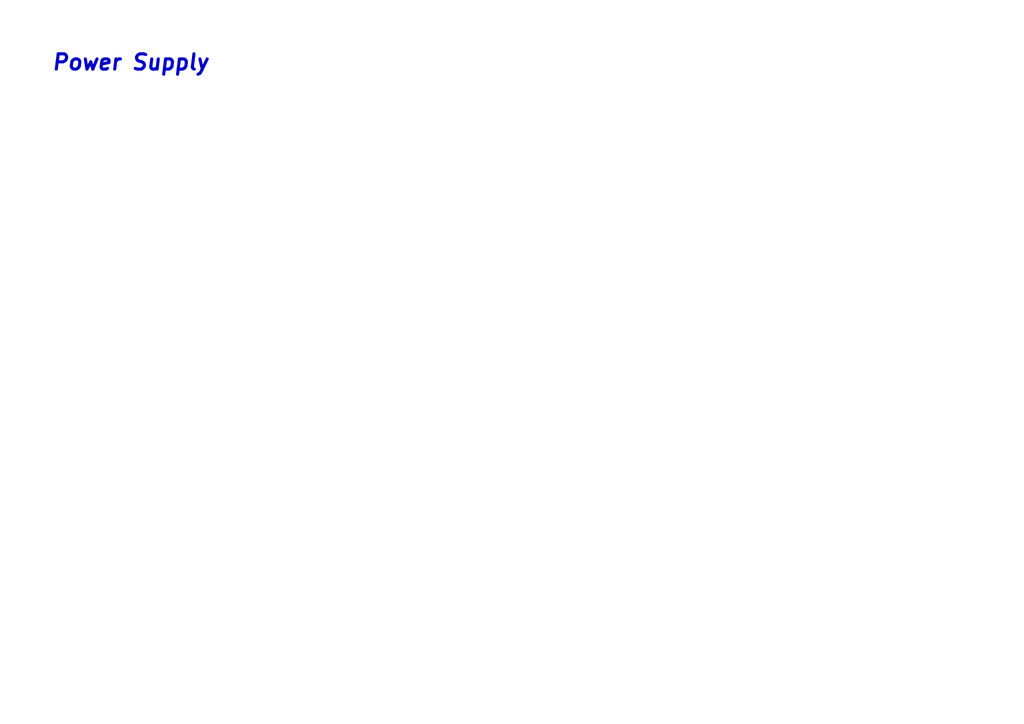
<source format=kicad_sch>
(kicad_sch
	(version 20250114)
	(generator "eeschema")
	(generator_version "9.0")
	(uuid "c620d61c-b77b-4c92-8831-2329ae638d12")
	(paper "A4")
	(lib_symbols)
	(text "Power Supply"
		(exclude_from_sim no)
		(at 37.846 18.288 0)
		(effects
			(font
				(size 4.445 4.445)
				(thickness 0.889)
				(bold yes)
				(italic yes)
			)
		)
		(uuid "e882e888-a29f-4abc-8202-66500c655b63")
	)
)

</source>
